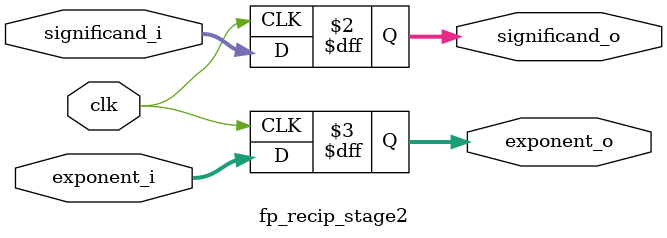
<source format=v>

module fp_recip_stage2
	#(parameter EXPONENT_WIDTH = 8, 
	parameter SIGNIFICAND_WIDTH = 23,
	parameter TOTAL_WIDTH = 1 + EXPONENT_WIDTH + SIGNIFICAND_WIDTH)

	(input								clk,
	input [SIGNIFICAND_WIDTH - 1:0]		significand_i,
	input [EXPONENT_WIDTH - 1:0]		exponent_i,
	output reg[SIGNIFICAND_WIDTH - 1:0]	significand_o,
	output reg[EXPONENT_WIDTH - 1:0]	exponent_o);

	always @(posedge clk)
	begin
		significand_o 			<= #1 significand_i;
		exponent_o 				<= #1 exponent_i;	
	end

endmodule

</source>
